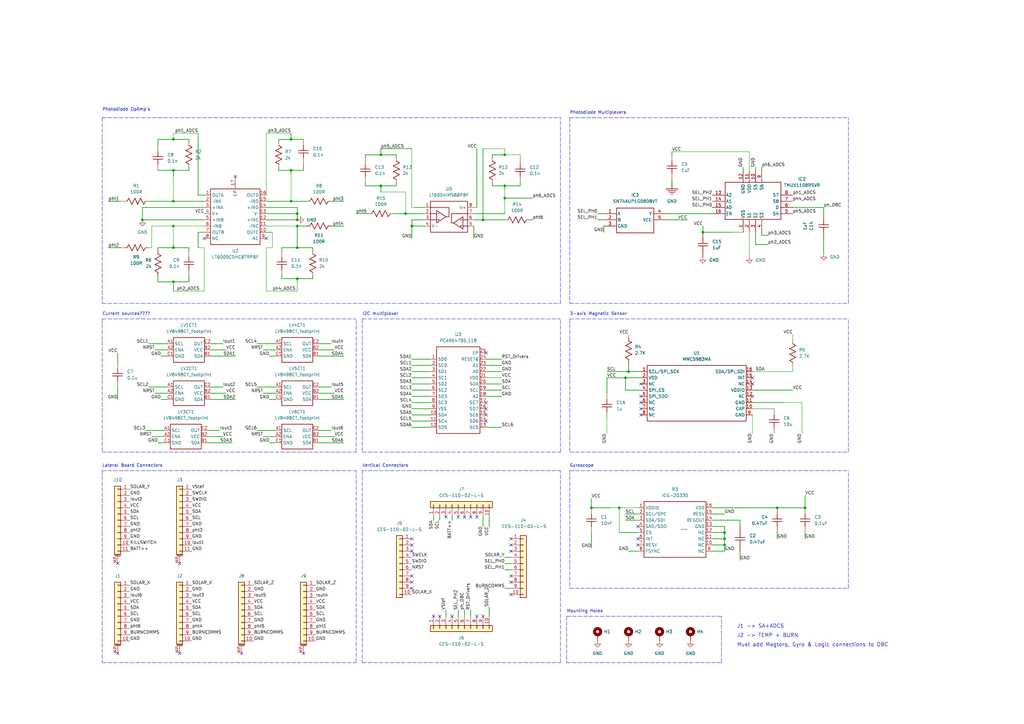
<source format=kicad_sch>
(kicad_sch (version 20211123) (generator eeschema)
  (paper "A3")
  (junction (at 71.12 57.15))
  (junction (at 288.29 95.25))
  (junction (at 330.2 208.28))
  (junction (at 297.18 223.52))
  (junction (at 257.81 152.4))
  (junction (at 256.54 154.94))
  (junction (at 121.92 92.71))
  (junction (at 121.92 90.17))
  (junction (at 71.12 92.71))
  (junction (at 198.12 90.17))
  (junction (at 242.57 208.28))
  (junction (at 156.21 76.2))
  (junction (at 121.92 101.6))
  (junction (at 71.12 115.57))
  (junction (at 297.18 220.98))
  (junction (at 207.01 63.5))
  (junction (at 71.12 69.85))
  (junction (at 119.38 69.85))
  (junction (at 119.38 57.15))
  (junction (at 166.37 87.63))
  (junction (at 121.92 114.3))
  (junction (at 121.92 87.63))
  (junction (at 58.42 90.17))
  (junction (at 71.12 101.6))
  (junction (at 168.91 92.71))
  (junction (at 318.77 208.28))
  (junction (at 297.18 218.44))
  (junction (at 71.12 82.55))
  (junction (at 254 208.28))
  (junction (at 207.01 76.2))
  (junction (at 119.38 82.55))
  (junction (at 207.01 81.28))
  (junction (at 156.21 63.5))
  (no_connect (at 182.88 212.09))
  (no_connect (at 168.91 241.3))
  (no_connect (at 261.62 223.52))
  (no_connect (at 168.91 236.22))
  (no_connect (at 261.62 220.98))
  (no_connect (at 209.55 220.98))
  (no_connect (at 48.26 267.97))
  (no_connect (at 193.04 212.09))
  (no_connect (at 199.39 167.64))
  (no_connect (at 96.52 72.39))
  (no_connect (at 199.39 144.78))
  (no_connect (at 261.62 215.9))
  (no_connect (at 48.26 231.14))
  (no_connect (at 262.89 157.48))
  (no_connect (at 262.89 170.18))
  (no_connect (at 308.61 154.94))
  (no_connect (at 73.66 267.97))
  (no_connect (at 209.55 238.76))
  (no_connect (at 262.89 162.56))
  (no_connect (at 168.91 220.98))
  (no_connect (at 185.42 252.73))
  (no_connect (at 209.55 226.06))
  (no_connect (at 190.5 212.09))
  (no_connect (at 209.55 236.22))
  (no_connect (at 99.06 267.97))
  (no_connect (at 262.89 165.1))
  (no_connect (at 168.91 226.06))
  (no_connect (at 308.61 162.56))
  (no_connect (at 124.46 267.97))
  (no_connect (at 209.55 223.52))
  (no_connect (at 177.8 252.73))
  (no_connect (at 262.89 167.64))
  (no_connect (at 83.82 97.79))
  (no_connect (at 109.22 97.79))
  (no_connect (at 73.66 231.14))
  (no_connect (at 199.39 172.72))
  (no_connect (at 168.91 223.52))
  (no_connect (at 199.39 165.1))
  (no_connect (at 199.39 170.18))
  (no_connect (at 180.34 252.73))
  (no_connect (at 168.91 238.76))
  (no_connect (at 195.58 212.09))
  (no_connect (at 198.12 252.73))
  (no_connect (at 308.61 157.48))
  (no_connect (at 187.96 212.09))
  (no_connect (at 195.58 252.73))
  (no_connect (at 209.55 243.84))
  (wire (pts (xy 107.95 143.51) (xy 113.03 143.51)) (stroke (width 0.254)))
  (wire (pts (xy 199.39 147.32) (xy 205.74 147.32)) (stroke (width 0.254)))
  (polyline (pts (xy 41.91 48.26) (xy 41.91 124.46)))
  (wire (pts (xy 119.38 71.12) (xy 119.38 82.55)))
  (wire (pts (xy 194.31 90.17) (xy 198.12 90.17)) (stroke (width 0.254)))
  (wire (pts (xy 317.5 167.64) (xy 308.61 167.64)))
  (wire (pts (xy 297.18 215.9) (xy 297.18 218.44)) (stroke (width 0.254)))
  (wire (pts (xy 64.77 115.57) (xy 64.77 113.03)) (stroke (width 0.254)))
  (wire (pts (xy 177.8 213.36) (xy 177.8 212.09)) (stroke (width 0.254)))
  (wire (pts (xy 110.49 146.05) (xy 113.03 146.05)) (stroke (width 0.254)))
  (wire (pts (xy 166.37 87.63) (xy 173.99 87.63)) (stroke (width 0.254)))
  (wire (pts (xy 209.55 228.6) (xy 207.01 228.6)) (stroke (width 0.254)))
  (wire (pts (xy 121.92 87.63) (xy 121.92 90.17)) (stroke (width 0.254)))
  (wire (pts (xy 66.04 146.05) (xy 68.58 146.05)) (stroke (width 0.254)))
  (wire (pts (xy 121.92 115.57) (xy 121.92 114.3)) (stroke (width 0.254)))
  (polyline (pts (xy 347.98 241.3) (xy 347.98 193.04)))
  (wire (pts (xy 83.82 101.6) (xy 81.28 101.6)))
  (wire (pts (xy 48.26 144.78) (xy 48.26 148.59)) (stroke (width 0.254)))
  (wire (pts (xy 62.23 179.07) (xy 67.31 179.07)) (stroke (width 0.254)))
  (polyline (pts (xy 41.91 48.26) (xy 229.87 48.26)))
  (polyline (pts (xy 148.59 185.42) (xy 229.87 185.42)))
  (wire (pts (xy 318.77 220.98) (xy 318.77 218.44)) (stroke (width 0.254)))
  (wire (pts (xy 292.1 215.9) (xy 297.18 215.9)) (stroke (width 0.254)))
  (wire (pts (xy 180.34 213.36) (xy 180.34 212.09)) (stroke (width 0.254)))
  (wire (pts (xy 209.55 241.3) (xy 207.01 241.3)) (stroke (width 0.254)))
  (wire (pts (xy 312.42 96.52) (xy 312.42 95.25)) (stroke (width 0.254)))
  (wire (pts (xy 60.96 140.97) (xy 68.58 140.97)) (stroke (width 0.254)))
  (polyline (pts (xy 41.91 271.78) (xy 146.05 271.78)))
  (wire (pts (xy 292.1 220.98) (xy 297.18 220.98)) (stroke (width 0.254)))
  (wire (pts (xy 307.34 105.41) (xy 307.34 95.25)))
  (wire (pts (xy 124.46 57.15) (xy 119.38 57.15)) (stroke (width 0.254)))
  (wire (pts (xy 185.42 213.36) (xy 185.42 212.09)) (stroke (width 0.254)))
  (wire (pts (xy 257.81 152.4) (xy 262.89 152.4)) (stroke (width 0.254)))
  (wire (pts (xy 328.93 165.1) (xy 328.93 177.8)))
  (wire (pts (xy 121.92 92.71) (xy 121.92 101.6)) (stroke (width 0.254)))
  (wire (pts (xy 308.61 170.18) (xy 308.61 177.8)))
  (wire (pts (xy 49.53 82.55) (xy 50.8 82.55)))
  (wire (pts (xy 314.96 96.52) (xy 312.42 96.52)) (stroke (width 0.254)))
  (wire (pts (xy 110.49 163.83) (xy 113.03 163.83)) (stroke (width 0.254)))
  (wire (pts (xy 109.22 85.09) (xy 121.92 85.09)) (stroke (width 0.254)))
  (wire (pts (xy 330.2 208.28) (xy 318.77 208.28)) (stroke (width 0.254)))
  (polyline (pts (xy 41.91 130.81) (xy 41.91 185.42)))
  (wire (pts (xy 209.55 233.68) (xy 207.01 233.68)) (stroke (width 0.254)))
  (wire (pts (xy 254 218.44) (xy 261.62 218.44)) (stroke (width 0.254)))
  (polyline (pts (xy 233.68 48.26) (xy 347.98 48.26)))
  (wire (pts (xy 44.45 82.55) (xy 49.53 82.55)) (stroke (width 0.254)))
  (wire (pts (xy 77.47 115.57) (xy 71.12 115.57)) (stroke (width 0.254)))
  (polyline (pts (xy 41.91 193.04) (xy 146.05 193.04)))
  (wire (pts (xy 307.34 62.23) (xy 307.34 69.85)))
  (wire (pts (xy 170.18 85.09) (xy 173.99 85.09)) (stroke (width 0.254)))
  (wire (pts (xy 109.22 101.6) (xy 109.22 119.38)))
  (wire (pts (xy 297.18 220.98) (xy 297.18 223.52)) (stroke (width 0.254)))
  (polyline (pts (xy 233.68 130.81) (xy 347.98 130.81)))
  (wire (pts (xy 194.31 97.79) (xy 194.31 92.71)) (stroke (width 0.254)))
  (wire (pts (xy 137.16 161.29) (xy 130.81 161.29)) (stroke (width 0.254)))
  (wire (pts (xy 48.26 158.75) (xy 48.26 163.83)) (stroke (width 0.254)))
  (wire (pts (xy 77.47 57.15) (xy 77.47 58.42)) (stroke (width 0.254)))
  (wire (pts (xy 247.65 90.17) (xy 245.11 90.17)) (stroke (width 0.254)))
  (wire (pts (xy 275.59 62.23) (xy 307.34 62.23)))
  (wire (pts (xy 71.12 57.15) (xy 77.47 57.15)) (stroke (width 0.254)))
  (wire (pts (xy 49.53 101.6) (xy 50.8 101.6)))
  (wire (pts (xy 156.21 60.96) (xy 156.21 63.5)) (stroke (width 0.254)))
  (wire (pts (xy 83.82 119.38) (xy 83.82 101.6)))
  (wire (pts (xy 308.61 165.1) (xy 321.31 165.1)) (stroke (width 0.254)))
  (wire (pts (xy 44.45 101.6) (xy 49.53 101.6)) (stroke (width 0.254)))
  (wire (pts (xy 199.39 154.94) (xy 205.74 154.94)))
  (wire (pts (xy 198.12 90.17) (xy 198.12 60.96)) (stroke (width 0.254)))
  (wire (pts (xy 121.92 119.38) (xy 121.92 115.57)))
  (wire (pts (xy 71.12 69.85) (xy 71.12 72.39)) (stroke (width 0.254)))
  (wire (pts (xy 121.92 85.09) (xy 121.92 87.63)) (stroke (width 0.254)))
  (wire (pts (xy 198.12 90.17) (xy 207.01 90.17)) (stroke (width 0.254)))
  (wire (pts (xy 60.96 158.75) (xy 68.58 158.75)) (stroke (width 0.254)))
  (polyline (pts (xy 41.91 193.04) (xy 41.91 271.78)))
  (wire (pts (xy 81.28 95.25) (xy 81.28 101.6)) (stroke (width 0.254)))
  (wire (pts (xy 137.16 143.51) (xy 130.81 143.51)) (stroke (width 0.254)))
  (wire (pts (xy 199.39 162.56) (xy 205.74 162.56)) (stroke (width 0.254)))
  (wire (pts (xy 115.57 102.87) (xy 115.57 101.6)) (stroke (width 0.254)))
  (wire (pts (xy 77.47 101.6) (xy 71.12 101.6)) (stroke (width 0.254)))
  (wire (pts (xy 111.76 101.6) (xy 109.22 101.6)))
  (wire (pts (xy 261.62 210.82) (xy 256.54 210.82)) (stroke (width 0.254)))
  (wire (pts (xy 292.1 210.82) (xy 297.18 210.82)) (stroke (width 0.254)))
  (wire (pts (xy 109.22 80.01) (xy 109.22 54.61)))
  (wire (pts (xy 130.81 176.53) (xy 135.89 176.53)) (stroke (width 0.254)))
  (polyline (pts (xy 41.91 185.42) (xy 146.05 185.42)))
  (wire (pts (xy 60.96 101.6) (xy 62.23 101.6)))
  (wire (pts (xy 242.57 224.79) (xy 242.57 218.44)) (stroke (width 0.254)))
  (wire (pts (xy 256.54 160.02) (xy 256.54 154.94)) (stroke (width 0.254)))
  (polyline (pts (xy 347.98 185.42) (xy 347.98 130.81)))
  (wire (pts (xy 110.49 181.61) (xy 113.03 181.61)) (stroke (width 0.254)))
  (wire (pts (xy 71.12 57.15) (xy 71.12 54.61)))
  (wire (pts (xy 187.96 252.73) (xy 187.96 250.19)) (stroke (width 0.254)))
  (wire (pts (xy 168.91 167.64) (xy 176.53 167.64)) (stroke (width 0.254)))
  (wire (pts (xy 292.1 213.36) (xy 303.53 213.36)) (stroke (width 0.254)))
  (wire (pts (xy 111.76 101.6) (xy 111.76 95.25)))
  (wire (pts (xy 109.22 90.17) (xy 121.92 90.17)) (stroke (width 0.254)))
  (wire (pts (xy 173.99 90.17) (xy 168.91 90.17)) (stroke (width 0.254)))
  (polyline (pts (xy 233.68 124.46) (xy 347.98 124.46)))
  (wire (pts (xy 96.52 163.83) (xy 86.36 163.83)) (stroke (width 0.254)))
  (wire (pts (xy 207.01 81.28) (xy 207.01 77.47)))
  (wire (pts (xy 218.44 81.28) (xy 207.01 81.28)) (stroke (width 0.254)))
  (polyline (pts (xy 233.68 193.04) (xy 347.98 193.04)))
  (wire (pts (xy 281.94 90.17) (xy 273.05 90.17)) (stroke (width 0.254)))
  (wire (pts (xy 168.91 170.18) (xy 176.53 170.18)) (stroke (width 0.254)))
  (wire (pts (xy 199.39 152.4) (xy 205.74 152.4)) (stroke (width 0.254)))
  (wire (pts (xy 162.56 63.5) (xy 162.56 64.77)) (stroke (width 0.254)))
  (wire (pts (xy 64.77 57.15) (xy 71.12 57.15)) (stroke (width 0.254)))
  (wire (pts (xy 168.91 147.32) (xy 176.53 147.32)) (stroke (width 0.254)))
  (wire (pts (xy 201.93 76.2) (xy 201.93 74.93)) (stroke (width 0.254)))
  (wire (pts (xy 182.88 250.19) (xy 182.88 252.73)) (stroke (width 0.254)))
  (wire (pts (xy 151.13 87.63) (xy 146.05 87.63)) (stroke (width 0.254)))
  (wire (pts (xy 168.91 160.02) (xy 176.53 160.02)) (stroke (width 0.254)))
  (wire (pts (xy 125.73 92.71) (xy 121.92 92.71)) (stroke (width 0.254)))
  (wire (pts (xy 92.71 161.29) (xy 86.36 161.29)) (stroke (width 0.254)))
  (wire (pts (xy 254 208.28) (xy 261.62 208.28)))
  (wire (pts (xy 64.77 69.85) (xy 71.12 69.85)) (stroke (width 0.254)))
  (wire (pts (xy 209.55 231.14) (xy 207.01 231.14)) (stroke (width 0.254)))
  (wire (pts (xy 140.97 181.61) (xy 130.81 181.61)) (stroke (width 0.254)))
  (polyline (pts (xy 232.41 252.73) (xy 295.91 252.73)))
  (wire (pts (xy 303.53 213.36) (xy 303.53 215.9)) (stroke (width 0.254)))
  (wire (pts (xy 71.12 115.57) (xy 64.77 115.57)) (stroke (width 0.254)))
  (wire (pts (xy 195.58 60.96) (xy 195.58 85.09)) (stroke (width 0.254)))
  (wire (pts (xy 213.36 74.93) (xy 213.36 76.2)) (stroke (width 0.254)))
  (wire (pts (xy 71.12 82.55) (xy 83.82 82.55)) (stroke (width 0.254)))
  (wire (pts (xy 107.95 179.07) (xy 113.03 179.07)) (stroke (width 0.254)))
  (wire (pts (xy 303.53 229.87) (xy 303.53 226.06)) (stroke (width 0.254)))
  (wire (pts (xy 71.12 119.38) (xy 83.82 119.38)))
  (wire (pts (xy 135.89 82.55) (xy 140.97 82.55)) (stroke (width 0.254)))
  (wire (pts (xy 201.93 63.5) (xy 207.01 63.5)) (stroke (width 0.254)))
  (wire (pts (xy 321.31 165.1) (xy 328.93 165.1)))
  (wire (pts (xy 64.77 59.69) (xy 64.77 57.15)) (stroke (width 0.254)))
  (wire (pts (xy 195.58 85.09) (xy 194.31 85.09)))
  (polyline (pts (xy 229.87 185.42) (xy 229.87 130.81)))
  (wire (pts (xy 250.19 208.28) (xy 242.57 208.28)) (stroke (width 0.254)))
  (wire (pts (xy 140.97 163.83) (xy 130.81 163.83)) (stroke (width 0.254)))
  (polyline (pts (xy 148.59 271.78) (xy 229.87 271.78)))
  (wire (pts (xy 304.8 68.58) (xy 304.8 69.85)) (stroke (width 0.254)))
  (wire (pts (xy 262.89 160.02) (xy 256.54 160.02)) (stroke (width 0.254)))
  (wire (pts (xy 77.47 68.58) (xy 77.47 69.85)) (stroke (width 0.254)))
  (wire (pts (xy 205.74 149.86) (xy 199.39 149.86)) (stroke (width 0.254)))
  (wire (pts (xy 162.56 76.2) (xy 162.56 74.93)) (stroke (width 0.254)))
  (wire (pts (xy 64.77 181.61) (xy 67.31 181.61)) (stroke (width 0.254)))
  (wire (pts (xy 337.82 87.63) (xy 337.82 85.09)) (stroke (width 0.254)))
  (polyline (pts (xy 41.91 130.81) (xy 146.05 130.81)))
  (wire (pts (xy 71.12 72.39) (xy 71.12 82.55)))
  (wire (pts (xy 114.3 57.15) (xy 119.38 57.15)) (stroke (width 0.254)))
  (wire (pts (xy 62.23 92.71) (xy 62.23 101.6)))
  (wire (pts (xy 312.42 68.58) (xy 312.42 69.85)) (stroke (width 0.254)))
  (wire (pts (xy 121.92 87.63) (xy 109.22 87.63)) (stroke (width 0.254)))
  (wire (pts (xy 140.97 92.71) (xy 135.89 92.71)) (stroke (width 0.254)))
  (wire (pts (xy 71.12 115.57) (xy 71.12 116.84)))
  (polyline (pts (xy 229.87 124.46) (xy 229.87 48.26)))
  (wire (pts (xy 318.77 208.28) (xy 292.1 208.28)) (stroke (width 0.254)))
  (wire (pts (xy 247.65 87.63) (xy 245.11 87.63)) (stroke (width 0.254)))
  (wire (pts (xy 64.77 101.6) (xy 71.12 101.6)) (stroke (width 0.254)))
  (wire (pts (xy 77.47 102.87) (xy 77.47 101.6)) (stroke (width 0.254)))
  (wire (pts (xy 168.91 165.1) (xy 176.53 165.1)) (stroke (width 0.254)))
  (wire (pts (xy 300.99 95.25) (xy 288.29 95.25)) (stroke (width 0.254)))
  (wire (pts (xy 121.92 114.3) (xy 115.57 114.3)) (stroke (width 0.254)))
  (wire (pts (xy 83.82 95.25) (xy 81.28 95.25)) (stroke (width 0.254)))
  (wire (pts (xy 156.21 78.74) (xy 166.37 78.74)))
  (wire (pts (xy 119.38 82.55) (xy 125.73 82.55)) (stroke (width 0.254)))
  (wire (pts (xy 130.81 140.97) (xy 135.89 140.97)) (stroke (width 0.254)))
  (wire (pts (xy 325.12 137.16) (xy 325.12 139.7)))
  (wire (pts (xy 261.62 213.36) (xy 256.54 213.36)) (stroke (width 0.254)))
  (wire (pts (xy 71.12 92.71) (xy 83.82 92.71)))
  (wire (pts (xy 140.97 146.05) (xy 130.81 146.05)) (stroke (width 0.254)))
  (wire (pts (xy 156.21 76.2) (xy 162.56 76.2)) (stroke (width 0.254)))
  (wire (pts (xy 121.92 101.6) (xy 128.27 101.6)) (stroke (width 0.254)))
  (polyline (pts (xy 233.68 193.04) (xy 233.68 241.3)))
  (wire (pts (xy 105.41 140.97) (xy 113.03 140.97)) (stroke (width 0.254)))
  (wire (pts (xy 205.74 175.26) (xy 199.39 175.26)) (stroke (width 0.254)))
  (wire (pts (xy 207.01 63.5) (xy 213.36 63.5)))
  (polyline (pts (xy 41.91 124.46) (xy 229.87 124.46)))
  (wire (pts (xy 128.27 114.3) (xy 121.92 114.3)) (stroke (width 0.254)))
  (wire (pts (xy 119.38 54.61) (xy 119.38 57.15)) (stroke (width 0.254)))
  (wire (pts (xy 115.57 114.3) (xy 115.57 113.03)) (stroke (width 0.254)))
  (wire (pts (xy 128.27 113.03) (xy 128.27 114.3)) (stroke (width 0.254)))
  (wire (pts (xy 198.12 60.96) (xy 207.01 60.96)))
  (wire (pts (xy 257.81 137.16) (xy 257.81 138.43)))
  (wire (pts (xy 149.86 64.77) (xy 149.86 63.5)) (stroke (width 0.254)))
  (wire (pts (xy 107.95 161.29) (xy 113.03 161.29)) (stroke (width 0.254)))
  (wire (pts (xy 168.91 175.26) (xy 176.53 175.26)) (stroke (width 0.254)))
  (wire (pts (xy 168.91 60.96) (xy 168.91 85.09)))
  (wire (pts (xy 58.42 90.17) (xy 83.82 90.17)) (stroke (width 0.254)))
  (wire (pts (xy 85.09 176.53) (xy 90.17 176.53)) (stroke (width 0.254)))
  (wire (pts (xy 247.65 92.71) (xy 247.65 95.25)) (stroke (width 0.254)))
  (wire (pts (xy 190.5 250.19) (xy 190.5 252.73)) (stroke (width 0.254)))
  (wire (pts (xy 275.59 73.66) (xy 275.59 74.93)) (stroke (width 0.254)))
  (wire (pts (xy 137.16 179.07) (xy 130.81 179.07)) (stroke (width 0.254)))
  (wire (pts (xy 58.42 85.09) (xy 58.42 90.17)) (stroke (width 0.254)))
  (wire (pts (xy 248.92 154.94) (xy 256.54 154.94)) (stroke (width 0.254)))
  (polyline (pts (xy 233.68 48.26) (xy 233.68 124.46)))
  (wire (pts (xy 91.44 179.07) (xy 85.09 179.07)) (stroke (width 0.254)))
  (wire (pts (xy 86.36 140.97) (xy 91.44 140.97)) (stroke (width 0.254)))
  (wire (pts (xy 109.22 82.55) (xy 119.38 82.55)) (stroke (width 0.254)))
  (polyline (pts (xy 347.98 124.46) (xy 347.98 48.26)))
  (wire (pts (xy 213.36 63.5) (xy 213.36 64.77)))
  (wire (pts (xy 207.01 87.63) (xy 207.01 81.28)))
  (wire (pts (xy 168.91 92.71) (xy 173.99 92.71)) (stroke (width 0.254)))
  (wire (pts (xy 273.05 87.63) (xy 292.1 87.63)) (stroke (width 0.254)))
  (polyline (pts (xy 148.59 130.81) (xy 229.87 130.81)))
  (wire (pts (xy 308.61 152.4) (xy 325.12 152.4)))
  (wire (pts (xy 168.91 162.56) (xy 176.53 162.56)) (stroke (width 0.254)))
  (wire (pts (xy 149.86 74.93) (xy 149.86 76.2)) (stroke (width 0.254)))
  (wire (pts (xy 309.88 68.58) (xy 309.88 69.85)) (stroke (width 0.254)))
  (wire (pts (xy 288.29 95.25) (xy 288.29 92.71)) (stroke (width 0.254)))
  (wire (pts (xy 149.86 76.2) (xy 156.21 76.2)) (stroke (width 0.254)))
  (wire (pts (xy 115.57 101.6) (xy 121.92 101.6)) (stroke (width 0.254)))
  (wire (pts (xy 217.17 90.17) (xy 218.44 90.17)) (stroke (width 0.254)))
  (wire (pts (xy 207.01 77.47) (xy 207.01 76.2)) (stroke (width 0.254)))
  (wire (pts (xy 128.27 101.6) (xy 128.27 102.87)) (stroke (width 0.254)))
  (wire (pts (xy 257.81 148.59) (xy 257.81 152.4)) (stroke (width 0.254)))
  (wire (pts (xy 168.91 172.72) (xy 176.53 172.72)) (stroke (width 0.254)))
  (wire (pts (xy 95.25 181.61) (xy 85.09 181.61)) (stroke (width 0.254)))
  (wire (pts (xy 250.19 208.28) (xy 254 208.28)))
  (wire (pts (xy 109.22 92.71) (xy 121.92 92.71)))
  (wire (pts (xy 300.99 95.25) (xy 304.8 95.25)))
  (wire (pts (xy 149.86 63.5) (xy 156.21 63.5)) (stroke (width 0.254)))
  (wire (pts (xy 71.12 101.6) (xy 71.12 100.33)) (stroke (width 0.254)))
  (wire (pts (xy 166.37 78.74) (xy 166.37 87.63)))
  (wire (pts (xy 168.91 92.71) (xy 168.91 97.79)) (stroke (width 0.254)))
  (wire (pts (xy 256.54 154.94) (xy 262.89 154.94)) (stroke (width 0.254)))
  (wire (pts (xy 254 208.28) (xy 254 218.44)))
  (wire (pts (xy 77.47 69.85) (xy 71.12 69.85)) (stroke (width 0.254)))
  (wire (pts (xy 201.93 63.5) (xy 201.93 64.77)) (stroke (width 0.254)))
  (wire (pts (xy 168.91 154.94) (xy 176.53 154.94)) (stroke (width 0.254)))
  (wire (pts (xy 248.92 177.8) (xy 248.92 171.45)))
  (wire (pts (xy 59.69 176.53) (xy 67.31 176.53)) (stroke (width 0.254)))
  (wire (pts (xy 119.38 69.85) (xy 114.3 69.85)) (stroke (width 0.254)))
  (wire (pts (xy 200.66 215.9) (xy 200.66 212.09)) (stroke (width 0.254)))
  (wire (pts (xy 114.3 58.42) (xy 114.3 57.15)) (stroke (width 0.254)))
  (wire (pts (xy 109.22 119.38) (xy 121.92 119.38)))
  (polyline (pts (xy 148.59 193.04) (xy 229.87 193.04)))
  (wire (pts (xy 292.1 223.52) (xy 297.18 223.52)) (stroke (width 0.254)))
  (wire (pts (xy 71.12 116.84) (xy 71.12 119.38)) (stroke (width 0.254)))
  (wire (pts (xy 66.04 163.83) (xy 68.58 163.83)) (stroke (width 0.254)))
  (wire (pts (xy 275.59 63.5) (xy 275.59 62.23)) (stroke (width 0.254)))
  (wire (pts (xy 63.5 161.29) (xy 68.58 161.29)) (stroke (width 0.254)))
  (polyline (pts (xy 146.05 271.78) (xy 146.05 193.04)))
  (wire (pts (xy 156.21 63.5) (xy 162.56 63.5)) (stroke (width 0.254)))
  (wire (pts (xy 297.18 226.06) (xy 292.1 226.06)) (stroke (width 0.254)))
  (wire (pts (xy 242.57 208.28) (xy 242.57 204.47)) (stroke (width 0.254)))
  (wire (pts (xy 105.41 158.75) (xy 113.03 158.75)) (stroke (width 0.254)))
  (polyline (pts (xy 232.41 252.73) (xy 232.41 271.78)))
  (wire (pts (xy 168.91 85.09) (xy 170.18 85.09)))
  (wire (pts (xy 168.91 60.96) (xy 156.21 60.96)) (stroke (width 0.254)))
  (wire (pts (xy 109.22 54.61) (xy 119.38 54.61)))
  (wire (pts (xy 71.12 92.71) (xy 71.12 100.33)))
  (wire (pts (xy 105.41 176.53) (xy 113.03 176.53)) (stroke (width 0.254)))
  (wire (pts (xy 337.82 97.79) (xy 337.82 104.14)) (stroke (width 0.254)))
  (wire (pts (xy 207.01 60.96) (xy 207.01 63.5)))
  (wire (pts (xy 200.66 248.92) (xy 200.66 252.73)) (stroke (width 0.254)))
  (wire (pts (xy 248.92 152.4) (xy 257.81 152.4)) (stroke (width 0.254)))
  (wire (pts (xy 124.46 69.85) (xy 119.38 69.85)) (stroke (width 0.254)))
  (wire (pts (xy 86.36 158.75) (xy 91.44 158.75)) (stroke (width 0.254)))
  (wire (pts (xy 114.3 69.85) (xy 114.3 68.58)) (stroke (width 0.254)))
  (wire (pts (xy 207.01 76.2) (xy 201.93 76.2)) (stroke (width 0.254)))
  (wire (pts (xy 109.22 95.25) (xy 111.76 95.25)) (stroke (width 0.254)))
  (wire (pts (xy 292.1 218.44) (xy 297.18 218.44)) (stroke (width 0.254)))
  (wire (pts (xy 81.28 54.61) (xy 81.28 80.01)) (stroke (width 0.254)))
  (polyline (pts (xy 229.87 271.78) (xy 229.87 193.04)))
  (wire (pts (xy 297.18 218.44) (xy 297.18 220.98)) (stroke (width 0.254)))
  (wire (pts (xy 168.91 157.48) (xy 176.53 157.48)) (stroke (width 0.254)))
  (wire (pts (xy 62.23 92.71) (xy 71.12 92.71)))
  (wire (pts (xy 261.62 226.06) (xy 257.81 226.06)) (stroke (width 0.254)))
  (wire (pts (xy 198.12 215.9) (xy 198.12 212.09)) (stroke (width 0.254)))
  (polyline (pts (xy 233.68 130.81) (xy 233.68 185.42)))
  (wire (pts (xy 168.91 90.17) (xy 168.91 92.71)) (stroke (width 0.254)))
  (polyline (pts (xy 148.59 130.81) (xy 148.59 185.42)))
  (wire (pts (xy 314.96 100.33) (xy 309.88 100.33)) (stroke (width 0.254)))
  (wire (pts (xy 130.81 158.75) (xy 135.89 158.75)) (stroke (width 0.254)))
  (wire (pts (xy 92.71 143.51) (xy 86.36 143.51)) (stroke (width 0.254)))
  (wire (pts (xy 205.74 157.48) (xy 199.39 157.48)) (stroke (width 0.254)))
  (wire (pts (xy 83.82 80.01) (xy 81.28 80.01)) (stroke (width 0.254)))
  (wire (pts (xy 168.91 152.4) (xy 176.53 152.4)) (stroke (width 0.254)))
  (wire (pts (xy 77.47 113.03) (xy 77.47 115.57)) (stroke (width 0.254)))
  (wire (pts (xy 330.2 220.98) (xy 330.2 218.44)) (stroke (width 0.254)))
  (wire (pts (xy 119.38 69.85) (xy 119.38 71.12)) (stroke (width 0.254)))
  (wire (pts (xy 156.21 78.74) (xy 156.21 76.2)) (stroke (width 0.254)))
  (wire (pts (xy 325.12 85.09) (xy 337.82 85.09)) (stroke (width 0.254)))
  (wire (pts (xy 308.61 160.02) (xy 325.12 160.02)) (stroke (width 0.254)))
  (wire (pts (xy 64.77 102.87) (xy 64.77 101.6)) (stroke (width 0.254)))
  (polyline (pts (xy 146.05 185.42) (xy 146.05 130.81)))
  (wire (pts (xy 60.96 82.55) (xy 71.12 82.55)) (stroke (width 0.254)))
  (wire (pts (xy 297.18 223.52) (xy 297.18 226.06)) (stroke (width 0.254)))
  (wire (pts (xy 161.29 87.63) (xy 166.37 87.63)) (stroke (width 0.254)))
  (wire (pts (xy 330.2 203.2) (xy 330.2 208.28)) (stroke (width 0.254)))
  (wire (pts (xy 124.46 67.31) (xy 124.46 69.85)) (stroke (width 0.254)))
  (wire (pts (xy 309.88 100.33) (xy 309.88 95.25)) (stroke (width 0.254)))
  (wire (pts (xy 168.91 149.86) (xy 176.53 149.86)) (stroke (width 0.254)))
  (wire (pts (xy 325.12 152.4) (xy 325.12 149.86)))
  (polyline (pts (xy 148.59 193.04) (xy 148.59 271.78)))
  (wire (pts (xy 71.12 54.61) (xy 81.28 54.61)))
  (polyline (pts (xy 233.68 241.3) (xy 347.98 241.3)))
  (polyline (pts (xy 295.91 271.78) (xy 295.91 252.73)))
  (wire (pts (xy 248.92 161.29) (xy 248.92 154.94)) (stroke (width 0.254)))
  (polyline (pts (xy 232.41 271.78) (xy 295.91 271.78)))
  (wire (pts (xy 194.31 87.63) (xy 207.01 87.63)) (stroke (width 0.254)))
  (wire (pts (xy 213.36 76.2) (xy 207.01 76.2)) (stroke (width 0.254)))
  (wire (pts (xy 83.82 85.09) (xy 58.42 85.09)) (stroke (width 0.254)))
  (wire (pts (xy 193.04 250.19) (xy 193.04 252.73)) (stroke (width 0.254)))
  (polyline (pts (xy 233.68 185.42) (xy 347.98 185.42)))
  (wire (pts (xy 96.52 146.05) (xy 86.36 146.05)) (stroke (width 0.254)))
  (wire (pts (xy 63.5 143.51) (xy 68.58 143.51)) (stroke (width 0.254)))
  (wire (pts (xy 205.74 160.02) (xy 199.39 160.02)) (stroke (width 0.254)))
  (text "Photodiode OpAmp's" (at 41.91 45.72 0) (effects (font (size 1.27 1.27)) (justify left bottom)))
  (text "Vertical Connectors" (at 148.59 191.77 0) (effects (font (size 1.27 1.27)) (justify left bottom)))
  (text "Must add Magtorq, Gyro & Logic connections to OBC" (at 302.26 265.43 180) (effects (font (size 1.524 1.524)) (justify left bottom)))
  (text "3-axis Magnetic Sensor" (at 233.68 129.54 0) (effects (font (size 1.27 1.27)) (justify left bottom)))
  (text "Current sources????" (at 41.91 129.54 0) (effects (font (size 1.27 1.27)) (justify left bottom)))
  (text "Lateral Board Connectors" (at 41.91 191.77 0) (effects (font (size 1.27 1.27)) (justify left bottom)))
  (text "I2C multiplexer" (at 148.59 129.54 0) (effects (font (size 1.27 1.27)) (justify left bottom)))
  (text "J1 -> SA+ADCS" (at 302.26 257.81 180) (effects (font (size 1.524 1.524)) (justify left bottom)))
  (text "Photodiode Multiplexers" (at 233.68 46.99 0) (effects (font (size 1.27 1.27)) (justify left bottom)))
  (text "J2 -> TEMP + BURN" (at 302.26 261.62 180) (effects (font (size 1.524 1.524)) (justify left bottom)))
  (text "Gyroscope" (at 233.68 191.77 0) (effects (font (size 1.27 1.27)) (justify left bottom)))
  (text "Mounting Holes" (at 232.41 251.46 0) (effects (font (size 1.27 1.27)) (justify left bottom)))
  (label "SEL_PH1" (at 245.11 90.17 180))
  (label "SCL" (at 78.74 213.36 0))
  (label "GND" (at 104.14 262.89 0))
  (label "SOLAR_Y" (at 53.34 200.66 0))
  (label "GND" (at 198.12 215.9 270))
  (label "GND" (at 78.74 215.9 0))
  (label "GND" (at 78.74 255.27 0))
  (label "VCC" (at 53.34 208.28 0))
  (label "GND" (at 53.34 242.57 0))
  (label "SDA5" (at 168.91 170.18 180))
  (label "SCL6" (at 205.74 175.26 0))
  (label "SWDIO" (at 168.91 231.14 0))
  (label "SDA" (at 309.88 152.4 0))
  (label "GND" (at 257.81 226.06 180))
  (label "SDA1" (at 168.91 147.32 180))
  (label "NRST" (at 63.5 161.29 180))
  (label "SWDIO" (at 78.74 205.74 0))
  (label "SCL" (at 129.54 252.73 0))
  (label "Iout4" (at 135.89 140.97 0))
  (label "SCL4" (at 105.41 140.97 180))
  (label "BURNCOMMS" (at 53.34 260.35 0))
  (label "BURNCOMMS" (at 104.14 260.35 0))
  (label "pht5" (at 146.05 87.63 0))
  (label "VCC" (at 248.92 154.94 0))
  (label "ph1_ADCS" (at 81.28 54.61 180))
  (label "NRST" (at 107.95 143.51 180))
  (label "BURNCOMMS" (at 129.54 260.35 0))
  (label "pht6" (at 218.44 90.17 0))
  (label "SWCLK" (at 78.74 203.2 0))
  (label "pht3" (at 140.97 82.55 180))
  (label "NRST" (at 62.23 179.07 180))
  (label "SDA6" (at 168.91 175.26 180))
  (label "SCL" (at 256.54 210.82 0))
  (label "VCC" (at 104.14 247.65 0))
  (label "NRST" (at 107.95 179.07 180))
  (label "SDA" (at 177.8 213.36 270))
  (label "ph1_ADCS" (at 325.12 80.01 0))
  (label "SDA2" (at 168.91 152.4 180))
  (label "GND" (at 194.31 97.79 0))
  (label "GND" (at 304.8 68.58 90))
  (label "SOLAR_X" (at 78.74 240.03 0))
  (label "SCL2" (at 60.96 158.75 180))
  (label "ph6_ADCS" (at 218.44 81.28 0))
  (label "SOLAR_Z" (at 129.54 240.03 0))
  (label "BATT++" (at 53.34 226.06 0))
  (label "SDA5" (at 140.97 163.83 180))
  (label "VCC" (at 83.82 87.63 180))
  (label "VStef" (at 78.74 200.66 0))
  (label "pht5" (at 104.14 257.81 0))
  (label "SWCLK" (at 168.91 228.6 0))
  (label "pht6" (at 53.34 257.81 0))
  (label "ph3_ADCS" (at 119.38 54.61 180))
  (label "ph_OBC" (at 190.5 250.19 90))
  (label "GND" (at 53.34 215.9 0))
  (label "VCC" (at 137.16 143.51 0))
  (label "VCC" (at 129.54 247.65 0))
  (label "RST_Drivers" (at 205.74 147.32 0))
  (label "GND" (at 78.74 242.57 0))
  (label "SCL" (at 53.34 213.36 0))
  (label "SDA" (at 78.74 210.82 0))
  (label "SDA" (at 129.54 250.19 0))
  (label "SEL_PH2" (at 292.1 80.01 180))
  (label "VCC" (at 78.74 247.65 0))
  (label "SEL_PH0" (at 292.1 85.09 180))
  (label "ph5_ADCS" (at 156.21 60.96 0))
  (label "SEL_PH1" (at 207.01 233.68 180))
  (label "Iout4" (at 129.54 245.11 0))
  (label "SCL1" (at 60.96 140.97 180))
  (label "ph3_ADCS" (at 314.96 96.52 0))
  (label "VCC" (at 78.74 208.28 0))
  (label "GND" (at 205.74 152.4 0))
  (label "VCC" (at 281.94 90.17 180))
  (label "GND" (at 205.74 149.86 0))
  (label "SEL_PH0" (at 245.11 87.63 180))
  (label "Iout5" (at 104.14 245.11 0))
  (label "Iout2" (at 53.34 205.74 0))
  (label "pht1" (at 129.54 257.81 0))
  (label "VCC" (at 53.34 247.65 0))
  (label "SCL3" (at 59.69 176.53 180))
  (label "ph4_ADCS" (at 325.12 82.55 0))
  (label "Iout3" (at 90.17 176.53 0))
  (label "VCC" (at 92.71 161.29 0))
  (label "SCL" (at 180.34 213.36 270))
  (label "VCC" (at 257.81 137.16 180))
  (label "GND" (at 303.53 229.87 0))
  (label "GND" (at 309.88 68.58 90))
  (label "GND" (at 205.74 162.56 0))
  (label "ph6_ADCS" (at 312.42 68.58 0))
  (label "VCC" (at 48.26 144.78 180))
  (label "SDA1" (at 96.52 146.05 180))
  (label "SDA3" (at 95.25 181.61 180))
  (label "GND" (at 168.91 97.79 180))
  (label "VCC" (at 200.66 215.9 270))
  (label "SCL" (at 205.74 160.02 0))
  (label "SCL3" (at 168.91 160.02 180))
  (label "GND" (at 297.18 226.06 0))
  (label "RST_Drivers" (at 193.04 250.19 90))
  (label "VCC" (at 91.44 179.07 0))
  (label "pht2" (at 44.45 101.6 0))
  (label "SOLAR_X" (at 168.91 243.84 0))
  (label "GND" (at 308.61 177.8 270))
  (label "pht3" (at 78.74 218.44 0))
  (label "GND" (at 248.92 177.8 270))
  (label "SCL" (at 78.74 252.73 0))
  (label "BURNCOMMS" (at 207.01 241.3 180))
  (label "GND" (at 168.91 167.64 180))
  (label "GND" (at 53.34 220.98 0))
  (label "GND" (at 317.5 177.8 270))
  (label "GND" (at 66.04 163.83 180))
  (label "SDA" (at 53.34 210.82 0))
  (label "NRST" (at 168.91 233.68 0))
  (label "pht4" (at 140.97 92.71 180))
  (label "VCC" (at 242.57 204.47 0))
  (label "ph5_ADCS" (at 325.12 87.63 0))
  (label "SDA" (at 53.34 250.19 0))
  (label "Iout3" (at 78.74 245.11 0))
  (label "pht1" (at 44.45 82.55 0))
  (label "VCC" (at 325.12 160.02 0))
  (label "VCC" (at 205.74 154.94 0))
  (label "ph_OBC" (at 337.82 85.09 0))
  (label "GND" (at 64.77 181.61 180))
  (label "SDA4" (at 168.91 162.56 180))
  (label "GND" (at 53.34 262.89 0))
  (label "BATT++" (at 185.42 213.36 270))
  (label "GND" (at 328.93 177.8 270))
  (label "GND" (at 78.74 262.89 0))
  (label "GND" (at 78.74 226.06 0))
  (label "SCL1" (at 168.91 149.86 180))
  (label "GND" (at 318.77 220.98 0))
  (label "SDA" (at 256.54 213.36 0))
  (label "GND" (at 53.34 203.2 0))
  (label "GND" (at 53.34 255.27 0))
  (label "SEL_PH1" (at 292.1 82.55 180))
  (label "GND" (at 66.04 146.05 180))
  (label "GND" (at 247.65 95.25 180))
  (label "ph4_ADCS" (at 111.76 119.38 0))
  (label "SEL_PH2" (at 187.96 250.19 90))
  (label "SCL6" (at 105.41 176.53 180))
  (label "Iout1" (at 78.74 223.52 0))
  (label "BURNCOMMS" (at 78.74 260.35 0))
  (label "VCC" (at 275.59 62.23 0))
  (label "SDA" (at 104.14 250.19 0))
  (label "VCC" (at 137.16 179.07 0))
  (label "Iout6" (at 135.89 176.53 0))
  (label "SCL5" (at 168.91 172.72 180))
  (label "SDA3" (at 168.91 157.48 180))
  (label "Iout2" (at 91.44 158.75 0))
  (label "SCL" (at 248.92 152.4 0))
  (label "GND" (at 104.14 255.27 0))
  (label "GND" (at 110.49 181.61 180))
  (label "GND" (at 297.18 210.82 0))
  (label "ph2_ADCS" (at 72.39 119.38 0))
  (label "VCC" (at 330.2 203.2 0))
  (label "KILLSWITCH" (at 53.34 223.52 0))
  (label "SCL5" (at 105.41 158.75 180))
  (label "GND" (at 129.54 255.27 0))
  (label "ph2_ADCS" (at 314.96 100.33 0))
  (label "Iout6" (at 53.34 245.11 0))
  (label "SCL" (at 104.14 252.73 0))
  (label "SDA2" (at 96.52 163.83 180))
  (label "SDA" (at 205.74 157.48 0))
  (label "VCC" (at 195.58 60.96 180))
  (label "VStef" (at 182.88 250.19 90))
  (label "VCC" (at 137.16 161.29 0))
  (label "GND" (at 110.49 163.83 180))
  (label "SOLAR_Z" (at 104.14 240.03 0))
  (label "SEL_PH0" (at 207.01 231.14 180))
  (label "NRST" (at 63.5 143.51 180))
  (label "NRST" (at 107.95 161.29 180))
  (label "SOLAR_Y" (at 207.01 228.6 180))
  (label "VCC" (at 288.29 92.71 180))
  (label "VCC" (at 92.71 143.51 0))
  (label "SDA6" (at 140.97 181.61 180))
  (label "Iout1" (at 91.44 140.97 0))
  (label "SOLAR_X" (at 53.34 240.03 0))
  (label "SOLAR_Z" (at 200.66 248.92 90))
  (label "pht2" (at 53.34 218.44 0))
  (label "SCL" (at 53.34 252.73 0))
  (label "GND" (at 330.2 220.98 0))
  (label "pht4" (at 78.74 257.81 0))
  (label "GND" (at 129.54 242.57 0))
  (label "GND" (at 110.49 146.05 180))
  (label "GND" (at 242.57 224.79 180))
  (label "GND" (at 129.54 262.89 0))
  (label "Iout5" (at 135.89 158.75 0))
  (label "SCL2" (at 168.91 154.94 180))
  (label "SDA4" (at 140.97 146.05 180))
  (label "GND" (at 48.26 163.83 180))
  (label "VCC" (at 325.12 137.16 180))
  (label "GND" (at 104.14 242.57 0))
  (label "GND" (at 78.74 220.98 0))
  (label "SDA" (at 78.74 250.19 0))
  (label "SCL4" (at 168.91 165.1 180))
  (symbol (lib_id "power:GND") (at 270.51 262.89 0) (unit 1)
    (property "Reference" "#PWR0105" (effects hide))
    (property "Value" "GND" (at 270.51 267.97 0))
  )
  (symbol (lib_id "ADCS&breakout_Board FinalVesion-altium-import:2_2k") (at 128.27 107.95 90) (unit 1)
    (property "Reference" "R10" (at 130.81 106.6799 90) (effects (justify right)))
    (property "Value" "2k" (at 130.81 109.2199 90) (effects (justify right)))
    (property "Footprint" "R0603" (effects hide))
    (property "NAMEALIAS" "Value(Ω)" (effects hide))
    (property "CONTRIBUTOR" "LCEDA_Lib" (effects hide))
    (property "SPICEPRE" "R" (effects hide))
    (property "SPICESYMBOLNAME" "R_0603_US" (effects hide))
  )
  (symbol (lib_id "power:GND") (at 288.29 105.41 0) (unit 1)
    (property "Reference" "#PWR0109" (effects hide))
    (property "Value" "GND" (at 290.83 106.6799 0) (effects (justify left)))
  )
  (symbol (lib_id "power:GND") (at 257.81 262.89 0) (unit 1)
    (property "Reference" "#PWR0101" (effects hide))
    (property "Value" "GND" (at 257.81 267.97 0))
  )
  (symbol (lib_id "ADCS&breakout_Board FinalVesion-altium-import:0_LV8498CT_footprint") (at 77.47 143.51 0) (unit 1)
    (property "Reference" "LV1CT1" (at 77.47 133.35 0))
    (property "Value" "LV8498CT_footprint" (at 77.47 135.89 0))
    (property "Footprint" "WLP-6_L1.30-W0.90-P0.40-TL" (effects hide))
    (property "BOM_MANUFACTURER" "ON semiconductor" (effects hide))
    (property "BOM_MANUFACTURER PART" "LV8498CT-TE-L-H" (effects hide))
    (property "BOM_SUPPLIER PART" "863-LV8498CT-TE-L-H" (effects hide))
    (property "BOM_SUPPLIER" "Mouser" (effects hide))
    (property "LINK" "https://www.mouser.es/datasheet/2/308/1/ENA1625_D-2310969.pdf" (effects hide))
    (property "CONTRIBUTOR" "Miguel Diaz Montiel" (effects hide))
    (property "SPICEPRE" "L" (effects hide))
    (property "SPICESYMBOLNAME" "LV8498CT_footprint" (effects hide))
  )
  (symbol (lib_id "ADCS&breakout_Board FinalVesion-altium-import:0_100R") (at 55.88 101.6 0) (unit 1)
    (property "Reference" "R9" (at 55.88 105.41 0))
    (property "Value" "100R" (at 55.88 107.95 0))
    (property "Footprint" "R0603" (effects hide))
    (property "NAMEALIAS" "Value(Ω)" (effects hide))
    (property "CONTRIBUTOR" "LCEDA_Lib" (effects hide))
    (property "SPICEPRE" "R" (effects hide))
    (property "SPICESYMBOLNAME" "R_0603_US" (effects hide))
  )
  (symbol (lib_id "ADCS&breakout_Board FinalVesion-altium-import:0_10u") (at 317.5 172.72 270) (unit 1)
    (property "Reference" "C6" (at 321.31 171.4499 90) (effects (justify left)))
    (property "Value" "10u" (at 321.31 173.9899 90) (effects (justify left)))
    (property "Footprint" "C0603" (effects hide))
    (property "NAMEALIAS" "Value(F)" (effects hide))
    (property "CONTRIBUTOR" "LCEDA_Lib" (effects hide))
    (property "SPICEPRE" "C" (effects hide))
    (property "SPICESYMBOLNAME" "C_0603_US" (effects hide))
  )
  (symbol (lib_id "ADCS&breakout_Board FinalVesion-altium-import:1_2.7K") (at 257.81 143.51 0) (unit 1)
    (property "Reference" "R4" (at 260.35 142.2399 0) (effects (justify left)))
    (property "Value" "2.7K" (at 260.35 144.7799 0) (effects (justify left)))
    (property "Footprint" "R0603" (effects hide))
    (property "NAMEALIAS" "Value(Ω)" (effects hide))
    (property "CONTRIBUTOR" "LCEDA_Lib" (effects hide))
    (property "SPICEPRE" "R" (effects hide))
    (property "SPICESYMBOLNAME" "R_0603_US" (effects hide))
  )
  (symbol (lib_id "Connector_Generic:Conn_01x10") (at 187.96 207.01 90) (unit 1)
    (property "Reference" "J7" (at 189.23 200.66 90))
    (property "Value" "CES-110-02-L-S" (at 189.23 203.2 90))
    (property "Footprint" "CES-110-XX-Y-S" (effects hide))
    (property "CONTRIBUTOR" "George-vlad Enache" (effects hide))
    (property "SPICEPRE" "J" (effects hide))
    (property "SPICESYMBOLNAME" "CES-110-02-L-S" (effects hide))
  )
  (symbol (lib_id "Connector_Generic_MountingPin:Conn_01x10_MountingPin") (at 99.06 250.19 0) (mirror y) (unit 1)
    (property "Reference" "J8" (at 99.06 236.22 0))
    (property "Value" "Conn_01x10_MountingPin" (effects hide))
  )
  (symbol (lib_id "Mechanical:MountingHole_Pad") (at 257.81 260.35 0) (unit 1)
    (property "Reference" "H2" (at 260.35 259.0799 0) (effects (justify left)))
    (property "Value" "MountingHole_Pad" (effects hide))
    (property "Footprint" "MountingHole:MountingHole_3.2mm_M3_Pad" (effects hide))
  )
  (symbol (lib_id "Connector_Generic_MountingPin:Conn_01x10_MountingPin") (at 48.26 250.19 0) (mirror y) (unit 1)
    (property "Reference" "J1" (at 48.26 236.22 0))
    (property "Value" "Conn_01x10_MountingPin" (effects hide))
  )
  (symbol (lib_id "power:GND") (at 245.11 262.89 0) (unit 1)
    (property "Reference" "#PWR0102" (effects hide))
    (property "Value" "GND" (at 245.11 267.97 0))
  )
  (symbol (lib_id "ADCS&breakout_Board FinalVesion-altium-import:0_0.1n") (at 115.57 107.95 90) (unit 1)
    (property "Reference" "C11" (at 119.38 106.6799 90) (effects (justify right)))
    (property "Value" "0.1n" (at 119.38 109.2199 90) (effects (justify right)))
    (property "Footprint" "C0603" (effects hide))
    (property "NAMEALIAS" "Value(F)" (effects hide))
    (property "CONTRIBUTOR" "LCEDA_Lib" (effects hide))
    (property "SPICEPRE" "C" (effects hide))
    (property "SPICESYMBOLNAME" "C_0603_US" (effects hide))
  )
  (symbol (lib_id "Mechanical:MountingHole_Pad") (at 245.11 260.35 0) (unit 1)
    (property "Reference" "H1" (at 247.65 259.0799 0) (effects (justify left)))
    (property "Value" "MountingHole_Pad" (effects hide))
    (property "Footprint" "MountingHole:MountingHole_3.2mm_M3_Pad" (effects hide))
  )
  (symbol (lib_id "ADCS&breakout_Board FinalVesion-altium-import:0_SN74AUP1G08DBVT") (at 260.35 90.17 0) (unit 1)
    (property "Reference" "IC3" (at 260.5011 80.01 0))
    (property "Value" "SN74AUP1G08DBVT" (at 260.5011 82.55 0))
    (property "Footprint" "SOT95P280X145-5N" (effects hide))
    (property "CONTRIBUTOR" "Pol Gimenez" (effects hide))
    (property "SPICEPRE" "I" (effects hide))
    (property "SPICESYMBOLNAME" "SN74AUP1G08DBVT" (effects hide))
  )
  (symbol (lib_id "Connector_Generic:Conn_01x10") (at 214.63 231.14 0) (unit 1)
    (property "Reference" "J4" (at 213.36 213.36 0) (effects (justify left)))
    (property "Value" "CES-110-02-L-S" (at 205.74 215.9 0) (effects (justify left)))
    (property "Footprint" "CES-110-XX-Y-S" (effects hide))
    (property "CONTRIBUTOR" "George-vlad Enache" (effects hide))
    (property "SPICEPRE" "J" (effects hide))
    (property "SPICESYMBOLNAME" "CES-110-02-L-S" (effects hide))
  )
  (symbol (lib_id "ADCS&breakout_Board FinalVesion-altium-import:0_PCA9547BS,118") (at 187.96 160.02 0) (unit 1)
    (property "Reference" "U3" (at 187.96 137.16 0))
    (property "Value" "PCA9547BS,118" (at 187.96 139.7 0))
    (property "Footprint" "HVQFN-24_L4.0-W4.0-P0.50-BL-EP2.1" (effects hide))
    (property "BOM_SUPPLIER" "LCSC" (effects hide))
    (property "BOM_SUPPLIER PART" "C2652947" (effects hide))
    (property "BOM_MANUFACTURER" "NXP(恩智浦)" (effects hide))
    (property "BOM_MANUFACTURER PART" "PCA9547BS,118" (effects hide))
    (property "CONTRIBUTOR" "LCSC" (effects hide))
    (property "BOM_JLCPCB PART CLASS" "Extended Part" (effects hide))
    (property "SPICEPRE" "U" (effects hide))
    (property "SPICESYMBOLNAME" "PCA9547BS,118" (effects hide))
  )
  (symbol (lib_id "ADCS&breakout_Board FinalVesion-altium-import:0_LV8498CT_footprint") (at 76.2 179.07 0) (unit 1)
    (property "Reference" "LV3CT1" (at 76.2 168.91 0))
    (property "Value" "LV8498CT_footprint" (at 76.2 171.45 0))
    (property "Footprint" "WLP-6_L1.30-W0.90-P0.40-TL" (effects hide))
    (property "BOM_MANUFACTURER" "ON semiconductor" (effects hide))
    (property "BOM_MANUFACTURER PART" "LV8498CT-TE-L-H" (effects hide))
    (property "BOM_SUPPLIER PART" "863-LV8498CT-TE-L-H" (effects hide))
    (property "BOM_SUPPLIER" "Mouser" (effects hide))
    (property "LINK" "https://www.mouser.es/datasheet/2/308/1/ENA1625_D-2310969.pdf" (effects hide))
    (property "CONTRIBUTOR" "Miguel Diaz Montiel" (effects hide))
    (property "SPICEPRE" "L" (effects hide))
    (property "SPICESYMBOLNAME" "LV8498CT_footprint" (effects hide))
  )
  (symbol (lib_id "ADCS&breakout_Board FinalVesion-altium-import:0_100R") (at 212.09 90.17 0) (unit 1)
    (property "Reference" "R14" (at 212.09 83.82 0))
    (property "Value" "100R" (at 212.09 86.36 0))
    (property "Footprint" "R0603" (effects hide))
    (property "NAMEALIAS" "Value(Ω)" (effects hide))
    (property "CONTRIBUTOR" "LCEDA_Lib" (effects hide))
    (property "SPICEPRE" "R" (effects hide))
    (property "SPICESYMBOLNAME" "R_0603_US" (effects hide))
  )
  (symbol (lib_id "ADCS&breakout_Board FinalVesion-altium-import:3_0.1u") (at 48.26 153.67 0) (unit 1)
    (property "Reference" "C7" (at 52.07 152.3999 0) (effects (justify left)))
    (property "Value" "0.1u" (at 52.07 154.9399 0) (effects (justify left)))
    (property "Footprint" "C0603" (effects hide))
    (property "NAMEALIAS" "Value(F)" (effects hide))
    (property "CONTRIBUTOR" "LCEDA_Lib" (effects hide))
    (property "SPICEPRE" "C" (effects hide))
    (property "SPICESYMBOLNAME" "C_0603_US" (effects hide))
  )
  (symbol (lib_id "Connector_Generic_MountingPin:Conn_01x11_MountingPin") (at 73.66 213.36 0) (mirror y) (unit 1)
    (property "Reference" "J3" (at 73.66 196.85 0))
    (property "Value" "Conn_01x11_MountingPin" (effects hide))
  )
  (symbol (lib_id "ADCS&breakout_Board FinalVesion-altium-import:0_100R") (at 130.81 92.71 0) (unit 1)
    (property "Reference" "R11" (at 130.81 96.52 0))
    (property "Value" "100R" (at 130.81 99.06 0))
    (property "Footprint" "R0603" (effects hide))
    (property "NAMEALIAS" "Value(Ω)" (effects hide))
    (property "CONTRIBUTOR" "LCEDA_Lib" (effects hide))
    (property "SPICEPRE" "R" (effects hide))
    (property "SPICESYMBOLNAME" "R_0603_US" (effects hide))
  )
  (symbol (lib_id "ADCS&breakout_Board FinalVesion-altium-import:0_0.1n") (at 124.46 62.23 270) (unit 1)
    (property "Reference" "C10" (at 128.27 60.9599 90) (effects (justify left)))
    (property "Value" "0.1n" (at 128.27 63.4999 90) (effects (justify left)))
    (property "Footprint" "C0603" (effects hide))
    (property "NAMEALIAS" "Value(F)" (effects hide))
    (property "CONTRIBUTOR" "LCEDA_Lib" (effects hide))
    (property "SPICEPRE" "C" (effects hide))
    (property "SPICESYMBOLNAME" "C_0603_US" (effects hide))
  )
  (symbol (lib_id "Connector_Generic:Conn_01x10") (at 187.96 257.81 90) (mirror x) (unit 1)
    (property "Reference" "J6" (at 189.23 261.62 90))
    (property "Value" "CES-110-02-L-S" (at 189.23 264.16 90))
    (property "Footprint" "CES-110-XX-Y-S" (effects hide))
    (property "CONTRIBUTOR" "George-vlad Enache" (effects hide))
    (property "SPICEPRE" "J" (effects hide))
    (property "SPICESYMBOLNAME" "CES-110-02-L-S" (effects hide))
  )
  (symbol (lib_id "ADCS&breakout_Board FinalVesion-altium-import:0_LV8498CT_footprint") (at 121.92 179.07 0) (unit 1)
    (property "Reference" "LV6CT1" (at 121.92 168.91 0))
    (property "Value" "LV8498CT_footprint" (at 121.92 171.45 0))
    (property "Footprint" "WLP-6_L1.30-W0.90-P0.40-TL" (effects hide))
    (property "BOM_MANUFACTURER" "ON semiconductor" (effects hide))
    (property "BOM_MANUFACTURER PART" "LV8498CT-TE-L-H" (effects hide))
    (property "BOM_SUPPLIER PART" "863-LV8498CT-TE-L-H" (effects hide))
    (property "BOM_SUPPLIER" "Mouser" (effects hide))
    (property "LINK" "https://www.mouser.es/datasheet/2/308/1/ENA1625_D-2310969.pdf" (effects hide))
    (property "CONTRIBUTOR" "Miguel Diaz Montiel" (effects hide))
    (property "SPICEPRE" "L" (effects hide))
    (property "SPICESYMBOLNAME" "LV8498CT_footprint" (effects hide))
  )
  (symbol (lib_id "power:GND") (at 337.82 104.14 0) (unit 1)
    (property "Reference" "#PWR0110" (effects hide))
    (property "Value" "GND" (at 340.36 105.4099 0) (effects (justify left)))
  )
  (symbol (lib_id "ADCS&breakout_Board FinalVesion-altium-import:2_2k") (at 77.47 63.5 90) (unit 1)
    (property "Reference" "R2" (at 80.01 62.2299 90) (effects (justify right)))
    (property "Value" "2k" (at 80.01 64.7699 90) (effects (justify right)))
    (property "Footprint" "R0603" (effects hide))
    (property "NAMEALIAS" "Value(Ω)" (effects hide))
    (property "CONTRIBUTOR" "LCEDA_Lib" (effects hide))
    (property "SPICEPRE" "R" (effects hide))
    (property "SPICESYMBOLNAME" "R_0603_US" (effects hide))
  )
  (symbol (lib_id "ADCS&breakout_Board FinalVesion-altium-import:0_0.1n") (at 64.77 64.77 90) (unit 1)
    (property "Reference" "C8" (at 68.58 63.4999 90) (effects (justify right)))
    (property "Value" "0.1n" (at 68.58 66.0399 90) (effects (justify right)))
    (property "Footprint" "C0603" (effects hide))
    (property "NAMEALIAS" "Value(F)" (effects hide))
    (property "CONTRIBUTOR" "LCEDA_Lib" (effects hide))
    (property "SPICEPRE" "C" (effects hide))
    (property "SPICESYMBOLNAME" "C_0603_US" (effects hide))
  )
  (symbol (lib_id "ADCS&breakout_Board FinalVesion-altium-import:1_0.47uF") (at 318.77 213.36 0) (mirror y) (unit 1)
    (property "Reference" "C4" (at 314.96 212.0899 0) (effects (justify left)))
    (property "Value" "0.47uF" (at 314.96 214.6299 0) (effects (justify left)))
    (property "Footprint" "C0603" (effects hide))
    (property "NAMEALIAS" "Value(F)" (effects hide))
    (property "CONTRIBUTOR" "LCEDA_Lib" (effects hide))
    (property "SPICEPRE" "C" (effects hide))
    (property "SPICESYMBOLNAME" "C_0603_US" (effects hide))
  )
  (symbol (lib_id "ADCS&breakout_Board FinalVesion-altium-import:2_2k") (at 64.77 107.95 270) (unit 1)
    (property "Reference" "R6" (at 62.23 106.6799 90) (effects (justify right)))
    (property "Value" "2k" (at 62.23 109.2199 90) (effects (justify right)))
    (property "Footprint" "R0603" (effects hide))
    (property "NAMEALIAS" "Value(Ω)" (effects hide))
    (property "CONTRIBUTOR" "LCEDA_Lib" (effects hide))
    (property "SPICEPRE" "R" (effects hide))
    (property "SPICESYMBOLNAME" "R_0603_US" (effects hide))
  )
  (symbol (lib_id "ADCS&breakout_Board FinalVesion-altium-import:2_2.7K") (at 325.12 144.78 90) (unit 1)
    (property "Reference" "R5" (at 327.66 143.5099 90) (effects (justify right)))
    (property "Value" "2.7K" (at 327.66 146.0499 90) (effects (justify right)))
    (property "Footprint" "R0603" (effects hide))
    (property "NAMEALIAS" "Value(Ω)" (effects hide))
    (property "CONTRIBUTOR" "LCEDA_Lib" (effects hide))
    (property "SPICEPRE" "R" (effects hide))
    (property "SPICESYMBOLNAME" "R_0603_US" (effects hide))
  )
  (symbol (lib_id "ADCS&breakout_Board FinalVesion-altium-import:2_2k") (at 162.56 69.85 90) (unit 1)
    (property "Reference" "R13" (at 165.1 68.5799 90) (effects (justify right)))
    (property "Value" "2k" (at 165.1 71.1199 90) (effects (justify right)))
    (property "Footprint" "R0603" (effects hide))
    (property "NAMEALIAS" "Value(Ω)" (effects hide))
    (property "CONTRIBUTOR" "LCEDA_Lib" (effects hide))
    (property "SPICEPRE" "R" (effects hide))
    (property "SPICESYMBOLNAME" "R_0603_US" (effects hide))
  )
  (symbol (lib_id "ADCS&breakout_Board FinalVesion-altium-import:0_LV8498CT_footprint") (at 77.47 161.29 0) (unit 1)
    (property "Reference" "LV2CT1" (at 77.47 151.13 0))
    (property "Value" "LV8498CT_footprint" (at 77.47 153.67 0))
    (property "Footprint" "WLP-6_L1.30-W0.90-P0.40-TL" (effects hide))
    (property "BOM_MANUFACTURER" "ON semiconductor" (effects hide))
    (property "BOM_MANUFACTURER PART" "LV8498CT-TE-L-H" (effects hide))
    (property "BOM_SUPPLIER PART" "863-LV8498CT-TE-L-H" (effects hide))
    (property "BOM_SUPPLIER" "Mouser" (effects hide))
    (property "LINK" "https://www.mouser.es/datasheet/2/308/1/ENA1625_D-2310969.pdf" (effects hide))
    (property "CONTRIBUTOR" "Miguel Diaz Montiel" (effects hide))
    (property "SPICEPRE" "L" (effects hide))
    (property "SPICESYMBOLNAME" "LV8498CT_footprint" (effects hide))
  )
  (symbol (lib_id "ADCS&breakout_Board FinalVesion-altium-import:0_ICG-20330") (at 276.86 217.17 0) (unit 1)
    (property "Reference" "R3" (at 276.86 200.66 0))
    (property "Value" "ICG-20330" (at 276.86 203.2 0))
    (property "Footprint" "LGA-16_L3.0-W3.0-P0.50-BL" (effects hide))
    (property "BOM_SUPPLIER" "LCSC" (effects hide))
    (property "BOM_SUPPLIER PART" "C2655094" (effects hide))
    (property "BOM_MANUFACTURER" "TDK InvenSense(应美盛)" (effects hide))
    (property "BOM_MANUFACTURER PART" "ICG-20330" (effects hide))
    (property "BOM_JLCPCB PART CLASS" "Extended Part" (effects hide))
    (property "CONTRIBUTOR" "LCSC" (effects hide))
    (property "SPICEPRE" "R" (effects hide))
    (property "SPICESYMBOLNAME" "ICG-20330" (effects hide))
  )
  (symbol (lib_id "power:GND") (at 283.21 262.89 0) (unit 1)
    (property "Reference" "#PWR0106" (effects hide))
    (property "Value" "GND" (at 283.21 267.97 0))
  )
  (symbol (lib_id "ADCS&breakout_Board FinalVesion-altium-import:0_100R") (at 130.81 82.55 0) (unit 1)
    (property "Reference" "R8" (at 130.81 76.2 0))
    (property "Value" "100R" (at 130.81 78.74 0))
    (property "Footprint" "R0603" (effects hide))
    (property "NAMEALIAS" "Value(Ω)" (effects hide))
    (property "CONTRIBUTOR" "LCEDA_Lib" (effects hide))
    (property "SPICEPRE" "R" (effects hide))
    (property "SPICESYMBOLNAME" "R_0603_US" (effects hide))
  )
  (symbol (lib_id "ADCS&breakout_Board FinalVesion-altium-import:1_0.47uF") (at 303.53 220.98 0) (unit 1)
    (property "Reference" "C2" (at 307.34 219.7099 0) (effects (justify left)))
    (property "Value" "0.47uF" (at 307.34 222.2499 0) (effects (justify left)))
    (property "Footprint" "C0603" (effects hide))
    (property "NAMEALIAS" "Value(F)" (effects hide))
    (property "CONTRIBUTOR" "LCEDA_Lib" (effects hide))
    (property "SPICEPRE" "C" (effects hide))
    (property "SPICESYMBOLNAME" "C_0603_US" (effects hide))
  )
  (symbol (lib_id "Connector_Generic_MountingPin:Conn_01x11_MountingPin") (at 48.26 213.36 0) (mirror y) (unit 1)
    (property "Reference" "J10" (at 48.26 196.85 0))
    (property "Value" "Conn_01x11_MountingPin" (effects hide))
  )
  (symbol (lib_id "Connector_Generic:Conn_01x10") (at 163.83 231.14 0) (mirror y) (unit 1)
    (property "Reference" "J5" (at 163.83 214.63 0))
    (property "Value" "CES-110-02-L-S" (at 163.83 217.17 0))
    (property "Footprint" "CES-110-XX-Y-S" (effects hide))
    (property "CONTRIBUTOR" "George-vlad Enache" (effects hide))
    (property "SPICEPRE" "J" (effects hide))
    (property "SPICESYMBOLNAME" "CES-110-02-L-S" (effects hide))
  )
  (symbol (lib_id "ADCS&breakout_Board FinalVesion-altium-import:0_1uF") (at 337.82 92.71 270) (unit 1)
    (property "Reference" "C14" (at 332.74 92.71 0))
    (property "Value" "1uF" (at 330.2 92.71 0))
    (property "Footprint" "C0603" (effects hide))
    (property "NAMEALIAS" "Value(F)" (effects hide))
    (property "CONTRIBUTOR" "LCEDA_Lib" (effects hide))
    (property "SPICEPRE" "C" (effects hide))
    (property "SPICESYMBOLNAME" "C_0603_US" (effects hide))
  )
  (symbol (lib_id "ADCS&breakout_Board FinalVesion-altium-import:3_1uF") (at 288.29 100.33 0) (unit 1)
    (property "Reference" "C15" (at 292.1 99.0599 0) (effects (justify left)))
    (property "Value" "1uF" (at 292.1 101.5999 0) (effects (justify left)))
    (property "Footprint" "C0603" (effects hide))
    (property "NAMEALIAS" "Value(F)" (effects hide))
    (property "CONTRIBUTOR" "LCEDA_Lib" (effects hide))
    (property "SPICEPRE" "C" (effects hide))
    (property "SPICESYMBOLNAME" "C_0603_US" (effects hide))
  )
  (symbol (lib_id "ADCS&breakout_Board FinalVesion-altium-import:1_TMUX1108RSVR") (at 308.61 82.55 0) (unit 1)
    (property "Reference" "IC2" (at 328.93 73.4312 0))
    (property "Value" "TMUX1108RSVR" (at 328.93 75.9712 0))
    (property "Footprint" "QFN40P180X260X55-16N" (effects hide))
    (property "CONTRIBUTOR" "Pol Gimenez" (effects hide))
    (property "SPICEPRE" "I" (effects hide))
    (property "SPICESYMBOLNAME" "TMUX1108RSVR" (effects hide))
  )
  (symbol (lib_id "ADCS&breakout_Board FinalVesion-altium-import:0_LT6005CDHC#TRPBF") (at 96.52 87.63 0) (unit 1)
    (property "Reference" "U2" (at 96.52 102.87 0))
    (property "Value" "LT6005CDHC#TRPBF" (at 96.52 105.41 0))
    (property "Footprint" "DFN-16_L5.0-W3.0-P0.50-BL-EP" (effects hide))
    (property "BOM_SUPPLIER" "LCSC" (effects hide))
    (property "BOM_SUPPLIER PART" "C672687" (effects hide))
    (property "BOM_MANUFACTURER" "Analog Devices" (effects hide))
    (property "BOM_MANUFACTURER PART" "LT6005CDHC#TRPBF" (effects hide))
    (property "CONTRIBUTOR" "LCSC" (effects hide))
    (property "BOM_JLCPCB PART CLASS" "Extended Part" (effects hide))
    (property "SPICEPRE" "U" (effects hide))
    (property "SPICESYMBOLNAME" "LT6005CDHC#TRPBF" (effects hide))
  )
  (symbol (lib_id "ADCS&breakout_Board FinalVesion-altium-import:1_100R") (at 156.21 87.63 90) (unit 1)
    (property "Reference" "R15" (at 156.21 81.28 90))
    (property "Value" "100R" (at 156.21 83.82 90))
    (property "Footprint" "R0603" (effects hide))
    (property "NAMEALIAS" "Value(Ω)" (effects hide))
    (property "CONTRIBUTOR" "LCEDA_Lib" (effects hide))
    (property "SPICEPRE" "R" (effects hide))
    (property "SPICESYMBOLNAME" "R_0603_US" (effects hide))
  )
  (symbol (lib_id "Mechanical:MountingHole_Pad") (at 270.51 260.35 0) (unit 1)
    (property "Reference" "H3" (at 273.05 259.0799 0) (effects (justify left)))
    (property "Value" "MountingHole_Pad" (effects hide))
    (property "Footprint" "MountingHole:MountingHole_3.2mm_M3_Pad" (effects hide))
  )
  (symbol (lib_id "ADCS&breakout_Board FinalVesion-altium-import:0_0.1n") (at 149.86 69.85 90) (unit 1)
    (property "Reference" "C13" (at 153.67 68.5799 90) (effects (justify right)))
    (property "Value" "0.1n" (at 153.67 71.1199 90) (effects (justify right)))
    (property "Footprint" "C0603" (effects hide))
    (property "NAMEALIAS" "Value(F)" (effects hide))
    (property "CONTRIBUTOR" "LCEDA_Lib" (effects hide))
    (property "SPICEPRE" "C" (effects hide))
    (property "SPICESYMBOLNAME" "C_0603_US" (effects hide))
  )
  (symbol (lib_id "ADCS&breakout_Board FinalVesion-altium-import:3_1u") (at 248.92 166.37 0) (unit 1)
    (property "Reference" "C16" (at 252.73 165.0999 0) (effects (justify left)))
    (property "Value" "1u" (at 252.73 167.6399 0) (effects (justify left)))
    (property "Footprint" "C0603" (effects hide))
    (property "NAMEALIAS" "Value(F)" (effects hide))
    (property "CONTRIBUTOR" "LCEDA_Lib" (effects hide))
    (property "SPICEPRE" "C" (effects hide))
    (property "SPICESYMBOLNAME" "C_0603_US" (effects hide))
  )
  (symbol (lib_id "ADCS&breakout_Board FinalVesion-altium-import:0_LV8498CT_footprint") (at 121.92 161.29 0) (unit 1)
    (property "Reference" "LV5CT1" (at 121.92 151.13 0))
    (property "Value" "LV8498CT_footprint" (at 121.92 153.67 0))
    (property "Footprint" "WLP-6_L1.30-W0.90-P0.40-TL" (effects hide))
    (property "BOM_MANUFACTURER" "ON semiconductor" (effects hide))
    (property "BOM_MANUFACTURER PART" "LV8498CT-TE-L-H" (effects hide))
    (property "BOM_SUPPLIER PART" "863-LV8498CT-TE-L-H" (effects hide))
    (property "BOM_SUPPLIER" "Mouser" (effects hide))
    (property "LINK" "https://www.mouser.es/datasheet/2/308/1/ENA1625_D-2310969.pdf" (effects hide))
    (property "CONTRIBUTOR" "Miguel Diaz Montiel" (effects hide))
    (property "SPICEPRE" "L" (effects hide))
    (property "SPICESYMBOLNAME" "LV8498CT_footprint" (effects hide))
  )
  (symbol (lib_id "ADCS&breakout_Board FinalVesion-altium-import:2_2k") (at 201.93 69.85 270) (unit 1)
    (property "Reference" "R12" (at 204.47 68.5799 90) (effects (justify left)))
    (property "Value" "2k" (at 204.47 71.1199 90) (effects (justify left)))
    (property "Footprint" "R0603" (effects hide))
    (property "NAMEALIAS" "Value(Ω)" (effects hide))
    (property "CONTRIBUTOR" "LCEDA_Lib" (effects hide))
    (property "SPICEPRE" "R" (effects hide))
    (property "SPICESYMBOLNAME" "R_0603_US" (effects hide))
  )
  (symbol (lib_id "ADCS&breakout_Board FinalVesion-altium-import:0_LV8498CT_footprint") (at 121.92 143.51 0) (unit 1)
    (property "Reference" "LV4CT1" (at 121.92 133.35 0))
    (property "Value" "LV8498CT_footprint" (at 121.92 135.89 0))
    (property "Footprint" "WLP-6_L1.30-W0.90-P0.40-TL" (effects hide))
    (property "BOM_MANUFACTURER" "ON semiconductor" (effects hide))
    (property "BOM_MANUFACTURER PART" "LV8498CT-TE-L-H" (effects hide))
    (property "BOM_SUPPLIER PART" "863-LV8498CT-TE-L-H" (effects hide))
    (property "BOM_SUPPLIER" "Mouser" (effects hide))
    (property "LINK" "https://www.mouser.es/datasheet/2/308/1/ENA1625_D-2310969.pdf" (effects hide))
    (property "CONTRIBUTOR" "Miguel Diaz Montiel" (effects hide))
    (property "SPICEPRE" "L" (effects hide))
    (property "SPICESYMBOLNAME" "LV8498CT_footprint" (effects hide))
  )
  (symbol (lib_id "power:GND") (at 307.34 105.41 0) (unit 1)
    (property "Reference" "#PWR0108" (effects hide))
    (property "Value" "GND" (at 309.88 106.6799 0) (effects (justify left)))
  )
  (symbol (lib_id "ADCS&breakout_Board FinalVesion-altium-import:0_0.1n") (at 77.47 107.95 270) (unit 1)
    (property "Reference" "C9" (at 73.66 106.6799 90) (effects (justify right)))
    (property "Value" "0.1n" (at 73.66 109.2199 90) (effects (justify right)))
    (property "Footprint" "C0603" (effects hide))
    (property "NAMEALIAS" "Value(F)" (effects hide))
    (property "CONTRIBUTOR" "LCEDA_Lib" (effects hide))
    (property "SPICEPRE" "C" (effects hide))
    (property "SPICESYMBOLNAME" "C_0603_US" (effects hide))
  )
  (symbol (lib_id "ADCS&breakout_Board FinalVesion-altium-import:1_1uF") (at 275.59 68.58 0) (unit 1)
    (property "Reference" "C5" (at 279.4 67.3099 0) (effects (justify left)))
    (property "Value" "1uF" (at 279.4 69.8499 0) (effects (justify left)))
    (property "Footprint" "C0603" (effects hide))
    (property "NAMEALIAS" "Value(F)" (effects hide))
    (property "CONTRIBUTOR" "LCEDA_Lib" (effects hide))
    (property "SPICEPRE" "C" (effects hide))
    (property "SPICESYMBOLNAME" "C_0603_US" (effects hide))
  )
  (symbol (lib_id "ADCS&breakout_Board FinalVesion-altium-import:0_LT6004IMS8#PBF") (at 184.15 87.63 0) (unit 1)
    (property "Reference" "U5" (at 184.15 77.47 0))
    (property "Value" "LT6004IMS8#PBF" (at 184.15 80.01 0))
    (property "Footprint" "MOSP-8_L3.0-W3.0-P0.65-LS4.9-BL" (effects hide))
    (property "BOM_SUPPLIER" "LCSC" (effects hide))
    (property "BOM_SUPPLIER PART" "C117424" (effects hide))
    (property "BOM_MANUFACTURER" "Linear Tech" (effects hide))
    (property "BOM_MANUFACTURER PART" "LT6004IMS8#PBF" (effects hide))
    (property "CONTRIBUTOR" "LCSC" (effects hide))
    (property "BOM_JLCPCB PART CLASS" "Extended Part" (effects hide))
    (property "SPICEPRE" "U" (effects hide))
    (property "SPICESYMBOLNAME" "LT6004IMS8#PBF" (effects hide))
  )
  (symbol (lib_id "ADCS&breakout_Board FinalVesion-altium-import:1_0.1uF") (at 330.2 213.36 0) (mirror y) (unit 1)
    (property "Reference" "C3" (at 334.01 212.0899 0) (effects (justify right)))
    (property "Value" "0.1uF" (at 334.01 214.6299 0) (effects (justify right)))
    (property "Footprint" "C0603" (effects hide))
    (property "NAMEALIAS" "Value(F)" (effects hide))
    (property "CONTRIBUTOR" "LCEDA_Lib" (effects hide))
    (property "SPICEPRE" "C" (effects hide))
    (property "SPICESYMBOLNAME" "C_0603_US" (effects hide))
  )
  (symbol (lib_id "ADCS&breakout_Board FinalVesion-altium-import:2_2k") (at 114.3 63.5 270) (unit 1)
    (property "Reference" "R7" (at 116.84 62.2299 90) (effects (justify left)))
    (property "Value" "2k" (at 116.84 64.7699 90) (effects (justify left)))
    (property "Footprint" "R0603" (effects hide))
    (property "NAMEALIAS" "Value(Ω)" (effects hide))
    (property "CONTRIBUTOR" "LCEDA_Lib" (effects hide))
    (property "SPICEPRE" "R" (effects hide))
    (property "SPICESYMBOLNAME" "R_0603_US" (effects hide))
  )
  (symbol (lib_id "Mechanical:MountingHole_Pad") (at 283.21 260.35 0) (unit 1)
    (property "Reference" "H4" (at 285.75 259.0799 0) (effects (justify left)))
    (property "Value" "MountingHole_Pad" (effects hide))
    (property "Footprint" "MountingHole:MountingHole_3.2mm_M3_Pad" (effects hide))
  )
  (symbol (lib_id "ADCS&breakout_Board FinalVesion-altium-import:0_MMC5983MA") (at 285.75 161.29 0) (unit 1)
    (property "Reference" "U1" (at 285.75 144.78 0))
    (property "Value" "MMC5983MA" (at 285.75 147.32 0))
    (property "Footprint" "LGA-16_L3.0-W3.0-P0.50-BL_SQ" (effects hide))
    (property "BOM_SUPPLIER" "LCSC" (effects hide))
    (property "BOM_SUPPLIER PART" "C404329" (effects hide))
    (property "BOM_MANUFACTURER" "MEMSIC" (effects hide))
    (property "BOM_MANUFACTURER PART" "MMC5983MA" (effects hide))
    (property "CONTRIBUTOR" "LCSC" (effects hide))
    (property "BOM_JLCPCB PART CLASS" "Extended Part" (effects hide))
    (property "SPICEPRE" "U" (effects hide))
    (property "SPICESYMBOLNAME" "MMC5983MA" (effects hide))
  )
  (symbol (lib_id "power:GND") (at 58.42 90.17 0) (unit 1)
    (property "Reference" "#PWR0104" (effects hide))
    (property "Value" "GND" (at 58.42 95.25 0))
  )
  (symbol (lib_id "ADCS&breakout_Board FinalVesion-altium-import:0_100R") (at 55.88 82.55 0) (unit 1)
    (property "Reference" "R1" (at 55.88 76.2 0))
    (property "Value" "100R" (at 55.88 78.74 0))
    (property "Footprint" "R0603" (effects hide))
    (property "NAMEALIAS" "Value(Ω)" (effects hide))
    (property "CONTRIBUTOR" "LCEDA_Lib" (effects hide))
    (property "SPICEPRE" "R" (effects hide))
    (property "SPICESYMBOLNAME" "R_0603_US" (effects hide))
  )
  (symbol (lib_id "ADCS&breakout_Board FinalVesion-altium-import:1_10nF") (at 242.57 213.36 0) (unit 1)
    (property "Reference" "C1" (at 246.38 212.0899 0) (effects (justify left)))
    (property "Value" "10nF" (at 246.38 214.6299 0) (effects (justify left)))
    (property "Footprint" "C0603" (effects hide))
    (property "NAMEALIAS" "Value(F)" (effects hide))
    (property "CONTRIBUTOR" "LCEDA_Lib" (effects hide))
    (property "SPICEPRE" "C" (effects hide))
    (property "SPICESYMBOLNAME" "C_0603_US" (effects hide))
  )
  (symbol (lib_id "power:GND") (at 121.92 90.17 90) (unit 1)
    (property "Reference" "#PWR0103" (effects hide))
    (property "Value" "GND" (at 125.73 90.1699 90) (effects (justify right)))
  )
  (symbol (lib_id "Connector_Generic_MountingPin:Conn_01x10_MountingPin") (at 73.66 250.19 0) (mirror y) (unit 1)
    (property "Reference" "J2" (at 73.66 236.22 0))
    (property "Value" "Conn_01x10_MountingPin" (effects hide))
  )
  (symbol (lib_id "ADCS&breakout_Board FinalVesion-altium-import:0_0.1n") (at 213.36 69.85 270) (unit 1)
    (property "Reference" "C12" (at 217.17 68.5799 90) (effects (justify left)))
    (property "Value" "0.1n" (at 217.17 71.1199 90) (effects (justify left)))
    (property "Footprint" "C0603" (effects hide))
    (property "NAMEALIAS" "Value(F)" (effects hide))
    (property "CONTRIBUTOR" "LCEDA_Lib" (effects hide))
    (property "SPICEPRE" "C" (effects hide))
    (property "SPICESYMBOLNAME" "C_0603_US" (effects hide))
  )
  (symbol (lib_id "Connector_Generic_MountingPin:Conn_01x10_MountingPin") (at 124.46 250.19 0) (mirror y) (unit 1)
    (property "Reference" "J9" (at 124.46 236.22 0))
    (property "Value" "Conn_01x10_MountingPin" (effects hide))
  )
  (symbol (lib_id "ADCS&breakout_Board FinalVesion-altium-import:GND") (at 275.59 74.93 0) (unit 1)
    (property "Reference" "#PWR0107" (effects hide))
    (property "Value" "GND" (at 275.59 82.55 0))
  )
)
</source>
